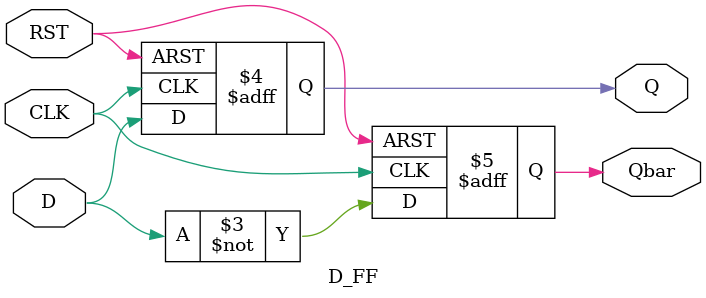
<source format=v>
module D_FF(D, RST, CLK, Q, Qbar);

input D, RST, CLK;         // Input signals: Data, Reset, Clock
output reg Q, Qbar;        // Output signals: Q and Qbar (inverted Q)

always @(posedge CLK or posedge RST) // Trigger on positive clock edge or reset
begin
    if (RST == 1'b1) begin
        Q <= 1'b0;          // Reset Q to 0
        Qbar <= 1'b1;       // Set Qbar to 1 (inverted)
    end 
    else begin
        Q <= D;             // On clock edge, assign D to Q
        Qbar <= ~D;         // Qbar is the inverse of D
    end
end

endmodule

</source>
